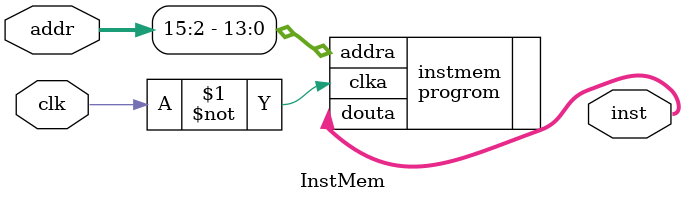
<source format=sv>
module InstMem (
    input           clk,
    input [31:0]    addr,
    output [31:0]   inst
);

    progrom instmem (
        .clka(~clk),
        .addra(addr[15:2]),
        .douta(inst)
    );
    
endmodule

</source>
